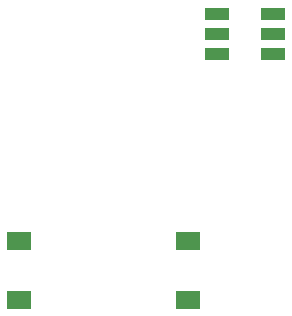
<source format=gbr>
%TF.GenerationSoftware,KiCad,Pcbnew,8.0.4*%
%TF.CreationDate,2024-08-11T09:47:25+05:30*%
%TF.ProjectId,Wrkshp_PCB_test,57726b73-6870-45f5-9043-425f74657374,rev?*%
%TF.SameCoordinates,Original*%
%TF.FileFunction,Paste,Bot*%
%TF.FilePolarity,Positive*%
%FSLAX46Y46*%
G04 Gerber Fmt 4.6, Leading zero omitted, Abs format (unit mm)*
G04 Created by KiCad (PCBNEW 8.0.4) date 2024-08-11 09:47:25*
%MOMM*%
%LPD*%
G01*
G04 APERTURE LIST*
%ADD10R,2.000000X1.500000*%
%ADD11R,2.000000X1.100000*%
G04 APERTURE END LIST*
D10*
%TO.C,SW1*%
X150329800Y-97075000D03*
X136029800Y-97075000D03*
X150329800Y-102075000D03*
X136029800Y-102075000D03*
%TD*%
D11*
%TO.C,D1*%
X157579800Y-77875000D03*
X157579800Y-79575000D03*
X157579800Y-81275000D03*
X152779800Y-81275000D03*
X152779800Y-79575000D03*
X152779800Y-77875000D03*
%TD*%
M02*

</source>
